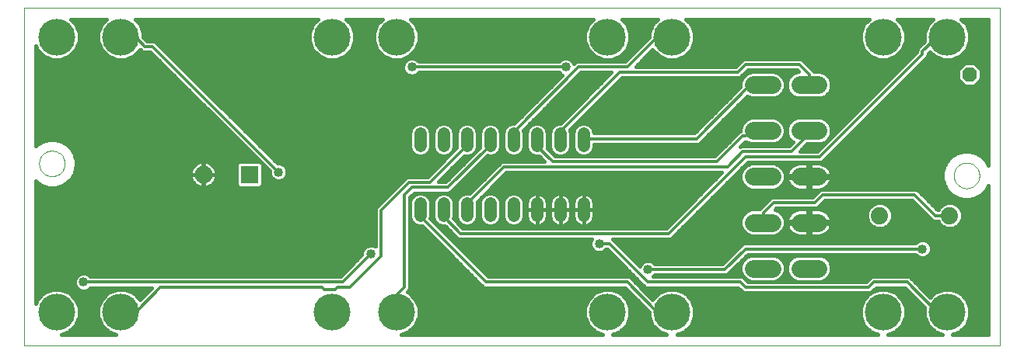
<source format=gbl>
G75*
%MOIN*%
%OFA0B0*%
%FSLAX24Y24*%
%IPPOS*%
%LPD*%
%AMOC8*
5,1,8,0,0,1.08239X$1,22.5*
%
%ADD10C,0.0000*%
%ADD11C,0.0760*%
%ADD12R,0.0760X0.0760*%
%ADD13C,0.0520*%
%ADD14OC8,0.0630*%
%ADD15C,0.0740*%
%ADD16C,0.1581*%
%ADD17C,0.0780*%
%ADD18C,0.0120*%
%ADD19C,0.0400*%
%ADD20C,0.0160*%
%ADD21R,0.0396X0.0396*%
D10*
X000680Y001499D02*
X000680Y015995D01*
X042495Y015995D01*
X042495Y001499D01*
X000680Y001499D01*
X001310Y009314D02*
X001312Y009361D01*
X001318Y009407D01*
X001328Y009453D01*
X001341Y009498D01*
X001359Y009541D01*
X001380Y009583D01*
X001404Y009623D01*
X001432Y009660D01*
X001463Y009695D01*
X001497Y009728D01*
X001533Y009757D01*
X001572Y009783D01*
X001613Y009806D01*
X001656Y009825D01*
X001700Y009841D01*
X001745Y009853D01*
X001791Y009861D01*
X001838Y009865D01*
X001884Y009865D01*
X001931Y009861D01*
X001977Y009853D01*
X002022Y009841D01*
X002066Y009825D01*
X002109Y009806D01*
X002150Y009783D01*
X002189Y009757D01*
X002225Y009728D01*
X002259Y009695D01*
X002290Y009660D01*
X002318Y009623D01*
X002342Y009583D01*
X002363Y009541D01*
X002381Y009498D01*
X002394Y009453D01*
X002404Y009407D01*
X002410Y009361D01*
X002412Y009314D01*
X002410Y009267D01*
X002404Y009221D01*
X002394Y009175D01*
X002381Y009130D01*
X002363Y009087D01*
X002342Y009045D01*
X002318Y009005D01*
X002290Y008968D01*
X002259Y008933D01*
X002225Y008900D01*
X002189Y008871D01*
X002150Y008845D01*
X002109Y008822D01*
X002066Y008803D01*
X002022Y008787D01*
X001977Y008775D01*
X001931Y008767D01*
X001884Y008763D01*
X001838Y008763D01*
X001791Y008767D01*
X001745Y008775D01*
X001700Y008787D01*
X001656Y008803D01*
X001613Y008822D01*
X001572Y008845D01*
X001533Y008871D01*
X001497Y008900D01*
X001463Y008933D01*
X001432Y008968D01*
X001404Y009005D01*
X001380Y009045D01*
X001359Y009087D01*
X001341Y009130D01*
X001328Y009175D01*
X001318Y009221D01*
X001312Y009267D01*
X001310Y009314D01*
X040523Y008802D02*
X040525Y008849D01*
X040531Y008895D01*
X040541Y008941D01*
X040554Y008986D01*
X040572Y009029D01*
X040593Y009071D01*
X040617Y009111D01*
X040645Y009148D01*
X040676Y009183D01*
X040710Y009216D01*
X040746Y009245D01*
X040785Y009271D01*
X040826Y009294D01*
X040869Y009313D01*
X040913Y009329D01*
X040958Y009341D01*
X041004Y009349D01*
X041051Y009353D01*
X041097Y009353D01*
X041144Y009349D01*
X041190Y009341D01*
X041235Y009329D01*
X041279Y009313D01*
X041322Y009294D01*
X041363Y009271D01*
X041402Y009245D01*
X041438Y009216D01*
X041472Y009183D01*
X041503Y009148D01*
X041531Y009111D01*
X041555Y009071D01*
X041576Y009029D01*
X041594Y008986D01*
X041607Y008941D01*
X041617Y008895D01*
X041623Y008849D01*
X041625Y008802D01*
X041623Y008755D01*
X041617Y008709D01*
X041607Y008663D01*
X041594Y008618D01*
X041576Y008575D01*
X041555Y008533D01*
X041531Y008493D01*
X041503Y008456D01*
X041472Y008421D01*
X041438Y008388D01*
X041402Y008359D01*
X041363Y008333D01*
X041322Y008310D01*
X041279Y008291D01*
X041235Y008275D01*
X041190Y008263D01*
X041144Y008255D01*
X041097Y008251D01*
X041051Y008251D01*
X041004Y008255D01*
X040958Y008263D01*
X040913Y008275D01*
X040869Y008291D01*
X040826Y008310D01*
X040785Y008333D01*
X040746Y008359D01*
X040710Y008388D01*
X040676Y008421D01*
X040645Y008456D01*
X040617Y008493D01*
X040593Y008533D01*
X040572Y008575D01*
X040554Y008618D01*
X040541Y008663D01*
X040531Y008709D01*
X040525Y008755D01*
X040523Y008802D01*
D11*
X008357Y008841D03*
D12*
X010326Y008841D03*
D13*
X017652Y007601D02*
X017652Y007081D01*
X018652Y007081D02*
X018652Y007601D01*
X019652Y007601D02*
X019652Y007081D01*
X020652Y007081D02*
X020652Y007601D01*
X021652Y007601D02*
X021652Y007081D01*
X022652Y007081D02*
X022652Y007601D01*
X023652Y007601D02*
X023652Y007081D01*
X024652Y007081D02*
X024652Y007601D01*
X024652Y010081D02*
X024652Y010601D01*
X023652Y010601D02*
X023652Y010081D01*
X022652Y010081D02*
X022652Y010601D01*
X021652Y010601D02*
X021652Y010081D01*
X020652Y010081D02*
X020652Y010601D01*
X019652Y010601D02*
X019652Y010081D01*
X018652Y010081D02*
X018652Y010601D01*
X017652Y010601D02*
X017652Y010081D01*
D14*
X041192Y013141D03*
D15*
X040349Y007086D03*
X037349Y007086D03*
D16*
X037491Y002936D03*
X040247Y002936D03*
X028436Y002936D03*
X025680Y002936D03*
X016625Y002936D03*
X013869Y002936D03*
X004814Y002936D03*
X002058Y002936D03*
X002058Y014747D03*
X004814Y014747D03*
X013869Y014747D03*
X016625Y014747D03*
X025680Y014747D03*
X028436Y014747D03*
X037491Y014747D03*
X040247Y014747D03*
D17*
X034706Y012695D02*
X033926Y012695D01*
X032726Y012695D02*
X031946Y012695D01*
X031946Y010725D02*
X032726Y010725D01*
X033926Y010725D02*
X034706Y010725D01*
X034706Y008755D02*
X033926Y008755D01*
X032726Y008755D02*
X031946Y008755D01*
X031946Y006785D02*
X032726Y006785D01*
X033926Y006785D02*
X034706Y006785D01*
X034706Y004815D02*
X033926Y004815D01*
X032726Y004815D02*
X031946Y004815D01*
D18*
X031590Y005651D02*
X030710Y004771D01*
X027410Y004771D01*
X027410Y004221D02*
X031370Y004221D01*
X031590Y004001D01*
X036870Y004001D01*
X037090Y004221D01*
X038520Y004221D01*
X039730Y003011D01*
X040170Y003011D01*
X040247Y002936D01*
X039180Y005651D02*
X031590Y005651D01*
X032336Y006785D02*
X032360Y006861D01*
X032360Y007191D01*
X032800Y007631D01*
X034560Y007631D01*
X034890Y007961D01*
X038850Y007961D01*
X039730Y007081D01*
X040280Y007081D01*
X040349Y007086D01*
X034780Y009611D02*
X039180Y014011D01*
X039180Y014121D01*
X039730Y014671D01*
X040170Y014671D01*
X040247Y014747D01*
X034340Y013131D02*
X034340Y012801D01*
X034316Y012695D01*
X034340Y013131D02*
X033900Y013571D01*
X031590Y013571D01*
X031260Y013241D01*
X026200Y013241D01*
X023670Y010711D01*
X023670Y010381D01*
X023652Y010341D01*
X022680Y010271D02*
X022652Y010341D01*
X022680Y010271D02*
X022680Y010051D01*
X023340Y009391D01*
X030380Y009391D01*
X031480Y010491D01*
X031590Y010491D01*
X031810Y010711D01*
X032250Y010711D01*
X032336Y010725D01*
X033570Y009831D02*
X034230Y010491D01*
X034230Y010711D01*
X034316Y010725D01*
X033570Y009831D02*
X031480Y009831D01*
X030820Y009171D01*
X021250Y009171D01*
X019710Y007631D01*
X019710Y007411D01*
X019652Y007341D01*
X018720Y007301D02*
X018720Y006971D01*
X019380Y006311D01*
X028290Y006311D01*
X031590Y009611D01*
X034780Y009611D01*
X031810Y012691D02*
X029500Y010381D01*
X024660Y010381D01*
X024652Y010341D01*
X021690Y010381D02*
X021652Y010341D01*
X021690Y010381D02*
X021690Y010711D01*
X024440Y013461D01*
X026530Y013461D01*
X027740Y014671D01*
X028400Y014671D01*
X028436Y014747D01*
X023890Y013461D02*
X017290Y013461D01*
X019652Y010341D02*
X019600Y010271D01*
X019600Y010051D01*
X018060Y008511D01*
X017180Y008511D01*
X015970Y007301D01*
X015970Y005321D01*
X014650Y004001D01*
X014100Y004001D01*
X013990Y003891D01*
X013550Y003891D01*
X013440Y004001D01*
X006510Y004001D01*
X005520Y003011D01*
X004860Y003011D01*
X004814Y002936D01*
X003210Y004221D02*
X014320Y004221D01*
X015530Y005431D01*
X016960Y004001D02*
X016630Y003671D01*
X016630Y003011D01*
X016625Y002936D01*
X016960Y004001D02*
X016960Y007961D01*
X017290Y008291D01*
X018830Y008291D01*
X020590Y010051D01*
X020590Y010271D01*
X020652Y010341D01*
X018720Y007301D02*
X018652Y007341D01*
X017730Y007301D02*
X017730Y006971D01*
X020480Y004221D01*
X026530Y004221D01*
X027740Y003011D01*
X028400Y003011D01*
X028436Y002936D01*
X027410Y004221D02*
X025760Y005871D01*
X025320Y005871D01*
X017730Y007301D02*
X017652Y007341D01*
X011570Y008951D02*
X006180Y014341D01*
X005850Y014341D01*
X005520Y014671D01*
X004860Y014671D01*
X004814Y014747D01*
X031810Y012691D02*
X032250Y012691D01*
X032336Y012695D01*
D19*
X023890Y013461D03*
X017290Y013461D03*
X011570Y008951D03*
X015530Y005431D03*
X025320Y005871D03*
X027410Y004771D03*
X039180Y005651D03*
X003210Y004221D03*
D20*
X002830Y004214D02*
X001160Y004214D01*
X001160Y004056D02*
X002867Y004056D01*
X002888Y004006D02*
X002995Y003899D01*
X003134Y003841D01*
X003286Y003841D01*
X003425Y003899D01*
X003507Y003981D01*
X006151Y003981D01*
X005642Y003473D01*
X005637Y003486D01*
X005364Y003759D01*
X005007Y003906D01*
X004621Y003906D01*
X004264Y003759D01*
X003991Y003486D01*
X003843Y003129D01*
X003843Y002743D01*
X003991Y002386D01*
X004264Y002113D01*
X004588Y001979D01*
X002284Y001979D01*
X002608Y002113D01*
X002881Y002386D01*
X003029Y002743D01*
X003029Y003129D01*
X002881Y003486D01*
X002608Y003759D01*
X002251Y003906D01*
X001865Y003906D01*
X001508Y003759D01*
X001235Y003486D01*
X001160Y003304D01*
X001160Y008557D01*
X001228Y008489D01*
X001463Y008353D01*
X001725Y008283D01*
X001997Y008283D01*
X002259Y008353D01*
X002494Y008489D01*
X002686Y008681D01*
X002822Y008916D01*
X002892Y009178D01*
X002892Y009450D01*
X002822Y009712D01*
X002686Y009947D01*
X002494Y010139D01*
X002259Y010275D01*
X001997Y010345D01*
X001725Y010345D01*
X001463Y010275D01*
X001228Y010139D01*
X001160Y010071D01*
X001160Y014379D01*
X001235Y014197D01*
X001508Y013924D01*
X001865Y013776D01*
X002251Y013776D01*
X002608Y013924D01*
X002881Y014197D01*
X003029Y014554D01*
X003029Y014940D01*
X002881Y015297D01*
X002662Y015515D01*
X004209Y015515D01*
X003991Y015297D01*
X003843Y014940D01*
X003843Y014554D01*
X003991Y014197D01*
X004264Y013924D01*
X004621Y013776D01*
X005007Y013776D01*
X005364Y013924D01*
X005637Y014197D01*
X005642Y014210D01*
X005714Y014138D01*
X005802Y014101D01*
X006081Y014101D01*
X011190Y008992D01*
X011190Y008876D01*
X011248Y008736D01*
X011355Y008629D01*
X011494Y008571D01*
X011646Y008571D01*
X011785Y008629D01*
X011892Y008736D01*
X011950Y008876D01*
X011950Y009027D01*
X011892Y009166D01*
X011785Y009273D01*
X011646Y009331D01*
X011529Y009331D01*
X006383Y014477D01*
X006316Y014545D01*
X006228Y014581D01*
X005949Y014581D01*
X005784Y014746D01*
X005784Y014940D01*
X005637Y015297D01*
X005418Y015515D01*
X013264Y015515D01*
X013046Y015297D01*
X012898Y014940D01*
X012898Y014554D01*
X013046Y014197D01*
X013319Y013924D01*
X013676Y013776D01*
X014062Y013776D01*
X014419Y013924D01*
X014692Y014197D01*
X014840Y014554D01*
X014840Y014940D01*
X014692Y015297D01*
X014474Y015515D01*
X016020Y015515D01*
X015802Y015297D01*
X015654Y014940D01*
X015654Y014554D01*
X015802Y014197D01*
X016075Y013924D01*
X016432Y013776D01*
X016818Y013776D01*
X017175Y013924D01*
X017448Y014197D01*
X017595Y014554D01*
X017595Y014940D01*
X017448Y015297D01*
X017229Y015515D01*
X025075Y015515D01*
X024857Y015297D01*
X024709Y014940D01*
X024709Y014554D01*
X024857Y014197D01*
X025130Y013924D01*
X025487Y013776D01*
X025873Y013776D01*
X026230Y013924D01*
X026503Y014197D01*
X026651Y014554D01*
X026651Y014940D01*
X026503Y015297D01*
X026285Y015515D01*
X027831Y015515D01*
X027613Y015297D01*
X027465Y014940D01*
X027465Y014736D01*
X026431Y013701D01*
X024392Y013701D01*
X024304Y013665D01*
X024243Y013603D01*
X024212Y013676D01*
X024105Y013783D01*
X023966Y013841D01*
X023814Y013841D01*
X023675Y013783D01*
X023593Y013701D01*
X017587Y013701D01*
X017505Y013783D01*
X017366Y013841D01*
X017214Y013841D01*
X017075Y013783D01*
X016968Y013676D01*
X016910Y013537D01*
X016910Y013386D01*
X016968Y013246D01*
X017075Y013139D01*
X017214Y013081D01*
X017366Y013081D01*
X017505Y013139D01*
X017587Y013221D01*
X023593Y013221D01*
X023675Y013139D01*
X023748Y013109D01*
X021681Y011041D01*
X021565Y011041D01*
X021403Y010974D01*
X021279Y010851D01*
X021212Y010689D01*
X021212Y009994D01*
X021279Y009832D01*
X021403Y009708D01*
X021565Y009641D01*
X021740Y009641D01*
X021902Y009708D01*
X022025Y009832D01*
X022092Y009994D01*
X022092Y010689D01*
X022067Y010749D01*
X024539Y013221D01*
X025841Y013221D01*
X023661Y011041D01*
X023565Y011041D01*
X023403Y010974D01*
X023279Y010851D01*
X023212Y010689D01*
X023212Y009994D01*
X023279Y009832D01*
X023403Y009708D01*
X023565Y009641D01*
X023740Y009641D01*
X023902Y009708D01*
X024025Y009832D01*
X024092Y009994D01*
X024092Y010689D01*
X024062Y010763D01*
X026299Y013001D01*
X031308Y013001D01*
X031396Y013038D01*
X031689Y013331D01*
X033801Y013331D01*
X033867Y013265D01*
X033812Y013265D01*
X033603Y013178D01*
X033442Y013018D01*
X033356Y012808D01*
X033356Y012581D01*
X033442Y012372D01*
X033603Y012212D01*
X033812Y012125D01*
X034819Y012125D01*
X035029Y012212D01*
X035189Y012372D01*
X035276Y012581D01*
X035276Y012808D01*
X035189Y013018D01*
X035029Y013178D01*
X034819Y013265D01*
X034544Y013265D01*
X034543Y013267D01*
X034476Y013335D01*
X034036Y013775D01*
X033948Y013811D01*
X031542Y013811D01*
X031454Y013775D01*
X031387Y013707D01*
X031161Y013481D01*
X026889Y013481D01*
X027611Y014203D01*
X027613Y014197D01*
X027886Y013924D01*
X028243Y013776D01*
X028629Y013776D01*
X028986Y013924D01*
X029259Y014197D01*
X029406Y014554D01*
X029406Y014940D01*
X029259Y015297D01*
X029040Y015515D01*
X036886Y015515D01*
X036668Y015297D01*
X036520Y014940D01*
X036520Y014554D01*
X036668Y014197D01*
X036941Y013924D01*
X037298Y013776D01*
X037684Y013776D01*
X038041Y013924D01*
X038314Y014197D01*
X038462Y014554D01*
X038462Y014940D01*
X038314Y015297D01*
X038096Y015515D01*
X039642Y015515D01*
X039424Y015297D01*
X039276Y014940D01*
X039276Y014557D01*
X038977Y014257D01*
X038940Y014169D01*
X038940Y014111D01*
X034681Y009851D01*
X033929Y009851D01*
X034233Y010155D01*
X034819Y010155D01*
X035029Y010242D01*
X035189Y010402D01*
X035276Y010611D01*
X035276Y010838D01*
X035189Y011048D01*
X035029Y011208D01*
X034819Y011295D01*
X033812Y011295D01*
X033603Y011208D01*
X033442Y011048D01*
X033356Y010838D01*
X033356Y010611D01*
X033442Y010402D01*
X033603Y010242D01*
X033630Y010230D01*
X033471Y010071D01*
X031432Y010071D01*
X031376Y010048D01*
X031579Y010251D01*
X031613Y010251D01*
X031623Y010242D01*
X031832Y010155D01*
X032839Y010155D01*
X033049Y010242D01*
X033209Y010402D01*
X033296Y010611D01*
X033296Y010838D01*
X033209Y011048D01*
X033049Y011208D01*
X032839Y011295D01*
X031832Y011295D01*
X031623Y011208D01*
X031462Y011048D01*
X031376Y010838D01*
X031376Y010708D01*
X031344Y010695D01*
X031277Y010627D01*
X030281Y009631D01*
X023439Y009631D01*
X023088Y009983D01*
X023092Y009994D01*
X023092Y010689D01*
X023025Y010851D01*
X022902Y010974D01*
X022740Y011041D01*
X022565Y011041D01*
X022403Y010974D01*
X022279Y010851D01*
X022212Y010689D01*
X022212Y009994D01*
X022279Y009832D01*
X022403Y009708D01*
X022565Y009641D01*
X022740Y009641D01*
X022747Y009644D01*
X022981Y009411D01*
X021202Y009411D01*
X021114Y009375D01*
X021047Y009307D01*
X019769Y008029D01*
X019740Y008041D01*
X019565Y008041D01*
X019403Y007974D01*
X019279Y007851D01*
X019212Y007689D01*
X019212Y006994D01*
X019279Y006832D01*
X019403Y006708D01*
X019565Y006641D01*
X019740Y006641D01*
X019902Y006708D01*
X020025Y006832D01*
X020092Y006994D01*
X020092Y007674D01*
X021349Y008931D01*
X030571Y008931D01*
X028191Y006551D01*
X019479Y006551D01*
X019076Y006954D01*
X019092Y006994D01*
X019092Y007689D01*
X019025Y007851D01*
X018902Y007974D01*
X018740Y008041D01*
X018565Y008041D01*
X018403Y007974D01*
X018279Y007851D01*
X018212Y007689D01*
X018212Y006994D01*
X018279Y006832D01*
X018403Y006708D01*
X018565Y006641D01*
X018710Y006641D01*
X019177Y006175D01*
X019244Y006108D01*
X019332Y006071D01*
X024992Y006071D01*
X024940Y005947D01*
X024940Y005796D01*
X024998Y005656D01*
X025105Y005549D01*
X025244Y005491D01*
X025396Y005491D01*
X025535Y005549D01*
X025617Y005631D01*
X025661Y005631D01*
X027207Y004085D01*
X027274Y004018D01*
X027362Y003981D01*
X031271Y003981D01*
X031387Y003865D01*
X031454Y003798D01*
X031542Y003761D01*
X036918Y003761D01*
X037006Y003798D01*
X037189Y003981D01*
X038421Y003981D01*
X039276Y003125D01*
X039276Y002743D01*
X039424Y002386D01*
X039697Y002113D01*
X040021Y001979D01*
X037717Y001979D01*
X038041Y002113D01*
X038314Y002386D01*
X038462Y002743D01*
X038462Y003129D01*
X038314Y003486D01*
X038041Y003759D01*
X037684Y003906D01*
X037298Y003906D01*
X036941Y003759D01*
X036668Y003486D01*
X036520Y003129D01*
X036520Y002743D01*
X036668Y002386D01*
X036941Y002113D01*
X037265Y001979D01*
X028662Y001979D01*
X028986Y002113D01*
X029259Y002386D01*
X029406Y002743D01*
X029406Y003129D01*
X029259Y003486D01*
X028986Y003759D01*
X028629Y003906D01*
X028243Y003906D01*
X027886Y003759D01*
X027613Y003486D01*
X027611Y003480D01*
X026666Y004425D01*
X026578Y004461D01*
X020579Y004461D01*
X018079Y006961D01*
X018092Y006994D01*
X018092Y007689D01*
X018025Y007851D01*
X017902Y007974D01*
X017740Y008041D01*
X017565Y008041D01*
X017403Y007974D01*
X017279Y007851D01*
X017212Y007689D01*
X017212Y006994D01*
X017279Y006832D01*
X017403Y006708D01*
X017565Y006641D01*
X017720Y006641D01*
X020277Y004085D01*
X020344Y004018D01*
X020432Y003981D01*
X026431Y003981D01*
X027465Y002946D01*
X026651Y002946D01*
X026651Y002788D02*
X027465Y002788D01*
X027465Y002743D02*
X027613Y002386D01*
X027886Y002113D01*
X028210Y001979D01*
X025906Y001979D01*
X026230Y002113D01*
X026503Y002386D01*
X026651Y002743D01*
X026651Y003129D01*
X026503Y003486D01*
X026230Y003759D01*
X025873Y003906D01*
X025487Y003906D01*
X025130Y003759D01*
X024857Y003486D01*
X024709Y003129D01*
X024709Y002743D01*
X024857Y002386D01*
X025130Y002113D01*
X025454Y001979D01*
X016851Y001979D01*
X017175Y002113D01*
X017448Y002386D01*
X017595Y002743D01*
X017595Y003129D01*
X017448Y003486D01*
X017175Y003759D01*
X017091Y003793D01*
X017163Y003865D01*
X017200Y003953D01*
X017200Y007862D01*
X017389Y008051D01*
X018878Y008051D01*
X018966Y008088D01*
X019033Y008155D01*
X020533Y009655D01*
X020565Y009641D01*
X020740Y009641D01*
X020902Y009708D01*
X021025Y009832D01*
X021092Y009994D01*
X021092Y010689D01*
X021025Y010851D01*
X020902Y010974D01*
X020740Y011041D01*
X020565Y011041D01*
X020403Y010974D01*
X020279Y010851D01*
X020212Y010689D01*
X020212Y010013D01*
X018731Y008531D01*
X018419Y008531D01*
X019540Y009652D01*
X019565Y009641D01*
X019740Y009641D01*
X019902Y009708D01*
X020025Y009832D01*
X020092Y009994D01*
X020092Y010689D01*
X020025Y010851D01*
X019902Y010974D01*
X019740Y011041D01*
X019565Y011041D01*
X019403Y010974D01*
X019279Y010851D01*
X019212Y010689D01*
X019212Y010003D01*
X017961Y008751D01*
X017132Y008751D01*
X017044Y008715D01*
X015834Y007505D01*
X015767Y007437D01*
X015730Y007349D01*
X015730Y005760D01*
X015606Y005811D01*
X015454Y005811D01*
X015315Y005753D01*
X015208Y005646D01*
X015150Y005507D01*
X015150Y005391D01*
X014221Y004461D01*
X003507Y004461D01*
X003425Y004543D01*
X003286Y004601D01*
X003134Y004601D01*
X002995Y004543D01*
X002888Y004436D01*
X002830Y004297D01*
X002830Y004146D01*
X002888Y004006D01*
X002999Y003897D02*
X002274Y003897D01*
X002628Y003739D02*
X004244Y003739D01*
X004085Y003580D02*
X002786Y003580D01*
X002907Y003422D02*
X003965Y003422D01*
X003899Y003263D02*
X002973Y003263D01*
X003029Y003105D02*
X003843Y003105D01*
X003843Y002946D02*
X003029Y002946D01*
X003029Y002788D02*
X003843Y002788D01*
X003890Y002629D02*
X002981Y002629D01*
X002916Y002471D02*
X003956Y002471D01*
X004065Y002312D02*
X002807Y002312D01*
X002648Y002154D02*
X004224Y002154D01*
X004549Y001995D02*
X002323Y001995D01*
X001209Y003422D02*
X001160Y003422D01*
X001160Y003580D02*
X001330Y003580D01*
X001488Y003739D02*
X001160Y003739D01*
X001160Y003897D02*
X001842Y003897D01*
X001160Y004373D02*
X002861Y004373D01*
X002983Y004531D02*
X001160Y004531D01*
X001160Y004690D02*
X014449Y004690D01*
X014608Y004848D02*
X001160Y004848D01*
X001160Y005007D02*
X014766Y005007D01*
X014925Y005165D02*
X001160Y005165D01*
X001160Y005324D02*
X015083Y005324D01*
X015150Y005482D02*
X001160Y005482D01*
X001160Y005641D02*
X015205Y005641D01*
X015425Y005799D02*
X001160Y005799D01*
X001160Y005958D02*
X015730Y005958D01*
X015730Y006116D02*
X001160Y006116D01*
X001160Y006275D02*
X015730Y006275D01*
X015730Y006433D02*
X001160Y006433D01*
X001160Y006592D02*
X015730Y006592D01*
X015730Y006750D02*
X001160Y006750D01*
X001160Y006909D02*
X015730Y006909D01*
X015730Y007067D02*
X001160Y007067D01*
X001160Y007226D02*
X015730Y007226D01*
X015745Y007384D02*
X001160Y007384D01*
X001160Y007543D02*
X015872Y007543D01*
X016031Y007701D02*
X001160Y007701D01*
X001160Y007860D02*
X016189Y007860D01*
X016348Y008018D02*
X001160Y008018D01*
X001160Y008177D02*
X016506Y008177D01*
X016665Y008335D02*
X010834Y008335D01*
X010886Y008387D02*
X010780Y008281D01*
X009871Y008281D01*
X009766Y008387D01*
X009766Y009296D01*
X009871Y009401D01*
X010780Y009401D01*
X010886Y009296D01*
X010886Y008387D01*
X010886Y008494D02*
X016823Y008494D01*
X016982Y008652D02*
X011808Y008652D01*
X011923Y008811D02*
X018020Y008811D01*
X018179Y008969D02*
X011950Y008969D01*
X011908Y009128D02*
X018337Y009128D01*
X018496Y009286D02*
X011754Y009286D01*
X011416Y009445D02*
X018654Y009445D01*
X018740Y009641D02*
X018902Y009708D01*
X019025Y009832D01*
X019092Y009994D01*
X019092Y010689D01*
X019025Y010851D01*
X018902Y010974D01*
X018740Y011041D01*
X018565Y011041D01*
X018403Y010974D01*
X018279Y010851D01*
X018212Y010689D01*
X018212Y009994D01*
X018279Y009832D01*
X018403Y009708D01*
X018565Y009641D01*
X018740Y009641D01*
X018813Y009603D02*
X011257Y009603D01*
X011099Y009762D02*
X017350Y009762D01*
X017403Y009708D02*
X017279Y009832D01*
X017212Y009994D01*
X017212Y010689D01*
X017279Y010851D01*
X017403Y010974D01*
X017565Y011041D01*
X017740Y011041D01*
X017902Y010974D01*
X018025Y010851D01*
X018092Y010689D01*
X018092Y009994D01*
X018025Y009832D01*
X017902Y009708D01*
X017740Y009641D01*
X017565Y009641D01*
X017403Y009708D01*
X017955Y009762D02*
X018350Y009762D01*
X018243Y009920D02*
X018062Y009920D01*
X018092Y010079D02*
X018212Y010079D01*
X018212Y010237D02*
X018092Y010237D01*
X018092Y010396D02*
X018212Y010396D01*
X018212Y010554D02*
X018092Y010554D01*
X018083Y010713D02*
X018222Y010713D01*
X018300Y010871D02*
X018005Y010871D01*
X017768Y011030D02*
X018536Y011030D01*
X018768Y011030D02*
X019536Y011030D01*
X019768Y011030D02*
X020536Y011030D01*
X020768Y011030D02*
X021536Y011030D01*
X021300Y010871D02*
X021005Y010871D01*
X021083Y010713D02*
X021222Y010713D01*
X021212Y010554D02*
X021092Y010554D01*
X021092Y010396D02*
X021212Y010396D01*
X021212Y010237D02*
X021092Y010237D01*
X021092Y010079D02*
X021212Y010079D01*
X021243Y009920D02*
X021062Y009920D01*
X020955Y009762D02*
X021350Y009762D01*
X021955Y009762D02*
X022350Y009762D01*
X022243Y009920D02*
X022062Y009920D01*
X022092Y010079D02*
X022212Y010079D01*
X022212Y010237D02*
X022092Y010237D01*
X022092Y010396D02*
X022212Y010396D01*
X022212Y010554D02*
X022092Y010554D01*
X022083Y010713D02*
X022222Y010713D01*
X022189Y010871D02*
X022300Y010871D01*
X022348Y011030D02*
X022536Y011030D01*
X022506Y011188D02*
X023808Y011188D01*
X023966Y011347D02*
X022665Y011347D01*
X022823Y011505D02*
X024125Y011505D01*
X024283Y011664D02*
X022982Y011664D01*
X023140Y011822D02*
X024442Y011822D01*
X024600Y011981D02*
X023299Y011981D01*
X023457Y012139D02*
X024759Y012139D01*
X024917Y012298D02*
X023616Y012298D01*
X023774Y012456D02*
X025076Y012456D01*
X025234Y012615D02*
X023933Y012615D01*
X024091Y012773D02*
X025393Y012773D01*
X025551Y012932D02*
X024250Y012932D01*
X024408Y013090D02*
X025710Y013090D01*
X026071Y012773D02*
X031376Y012773D01*
X031376Y012808D02*
X031376Y012596D01*
X029401Y010621D01*
X025092Y010621D01*
X025092Y010689D01*
X025025Y010851D01*
X024902Y010974D01*
X024740Y011041D01*
X024565Y011041D01*
X024403Y010974D01*
X024279Y010851D01*
X024212Y010689D01*
X024212Y009994D01*
X024279Y009832D01*
X024403Y009708D01*
X024565Y009641D01*
X024740Y009641D01*
X024902Y009708D01*
X025025Y009832D01*
X025092Y009994D01*
X025092Y010141D01*
X029548Y010141D01*
X029636Y010178D01*
X031656Y012198D01*
X031832Y012125D01*
X032839Y012125D01*
X033049Y012212D01*
X033209Y012372D01*
X033296Y012581D01*
X033296Y012808D01*
X033209Y013018D01*
X033049Y013178D01*
X032839Y013265D01*
X031832Y013265D01*
X031623Y013178D01*
X031462Y013018D01*
X031376Y012808D01*
X031427Y012932D02*
X026230Y012932D01*
X025913Y012615D02*
X031376Y012615D01*
X031236Y012456D02*
X025754Y012456D01*
X025596Y012298D02*
X031077Y012298D01*
X030919Y012139D02*
X025437Y012139D01*
X025279Y011981D02*
X030760Y011981D01*
X030602Y011822D02*
X025120Y011822D01*
X024962Y011664D02*
X030443Y011664D01*
X030285Y011505D02*
X024803Y011505D01*
X024645Y011347D02*
X030126Y011347D01*
X029968Y011188D02*
X024486Y011188D01*
X024536Y011030D02*
X024328Y011030D01*
X024300Y010871D02*
X024169Y010871D01*
X024222Y010713D02*
X024083Y010713D01*
X024092Y010554D02*
X024212Y010554D01*
X024212Y010396D02*
X024092Y010396D01*
X024092Y010237D02*
X024212Y010237D01*
X024212Y010079D02*
X024092Y010079D01*
X024062Y009920D02*
X024243Y009920D01*
X024350Y009762D02*
X023955Y009762D01*
X023350Y009762D02*
X023309Y009762D01*
X023243Y009920D02*
X023150Y009920D01*
X023092Y010079D02*
X023212Y010079D01*
X023212Y010237D02*
X023092Y010237D01*
X023092Y010396D02*
X023212Y010396D01*
X023212Y010554D02*
X023092Y010554D01*
X023083Y010713D02*
X023222Y010713D01*
X023300Y010871D02*
X023005Y010871D01*
X022768Y011030D02*
X023536Y011030D01*
X024768Y011030D02*
X029809Y011030D01*
X029651Y010871D02*
X025005Y010871D01*
X025083Y010713D02*
X029492Y010713D01*
X030012Y010554D02*
X031204Y010554D01*
X031045Y010396D02*
X029854Y010396D01*
X029695Y010237D02*
X030887Y010237D01*
X030728Y010079D02*
X025092Y010079D01*
X025062Y009920D02*
X030570Y009920D01*
X030411Y009762D02*
X024955Y009762D01*
X022947Y009445D02*
X020323Y009445D01*
X020481Y009603D02*
X022789Y009603D01*
X021026Y009286D02*
X020164Y009286D01*
X020006Y009128D02*
X020867Y009128D01*
X020709Y008969D02*
X019847Y008969D01*
X019689Y008811D02*
X020550Y008811D01*
X020392Y008652D02*
X019530Y008652D01*
X019372Y008494D02*
X020233Y008494D01*
X020075Y008335D02*
X019213Y008335D01*
X019055Y008177D02*
X019916Y008177D01*
X019509Y008018D02*
X018796Y008018D01*
X019016Y007860D02*
X019288Y007860D01*
X019217Y007701D02*
X019087Y007701D01*
X019092Y007543D02*
X019212Y007543D01*
X019212Y007384D02*
X019092Y007384D01*
X019092Y007226D02*
X019212Y007226D01*
X019212Y007067D02*
X019092Y007067D01*
X019122Y006909D02*
X019248Y006909D01*
X019280Y006750D02*
X019361Y006750D01*
X019439Y006592D02*
X028231Y006592D01*
X028390Y006750D02*
X024943Y006750D01*
X024939Y006746D02*
X024988Y006795D01*
X025029Y006851D01*
X025060Y006913D01*
X025082Y006978D01*
X025092Y007047D01*
X025092Y007341D01*
X024652Y007341D01*
X024212Y007341D01*
X024212Y007047D01*
X024223Y006978D01*
X024245Y006913D01*
X024276Y006851D01*
X024317Y006795D01*
X024366Y006746D01*
X024422Y006705D01*
X024484Y006674D01*
X024549Y006652D01*
X024618Y006641D01*
X024652Y006641D01*
X024652Y007341D01*
X024652Y007341D01*
X024652Y007341D01*
X024212Y007341D01*
X024212Y007636D01*
X024223Y007704D01*
X024245Y007770D01*
X024276Y007832D01*
X024317Y007888D01*
X024366Y007937D01*
X024422Y007978D01*
X024484Y008009D01*
X024549Y008031D01*
X024618Y008041D01*
X024652Y008041D01*
X024652Y007341D01*
X024652Y006641D01*
X024687Y006641D01*
X024755Y006652D01*
X024821Y006674D01*
X024883Y006705D01*
X024939Y006746D01*
X025058Y006909D02*
X028548Y006909D01*
X028707Y007067D02*
X025092Y007067D01*
X025092Y007226D02*
X028865Y007226D01*
X029024Y007384D02*
X025092Y007384D01*
X025092Y007341D02*
X025092Y007636D01*
X025082Y007704D01*
X025060Y007770D01*
X025029Y007832D01*
X024988Y007888D01*
X024939Y007937D01*
X024883Y007978D01*
X024821Y008009D01*
X024755Y008031D01*
X024687Y008041D01*
X024652Y008041D01*
X024652Y007341D01*
X024652Y007341D01*
X024652Y007341D01*
X025092Y007341D01*
X025092Y007543D02*
X029182Y007543D01*
X029341Y007701D02*
X025082Y007701D01*
X025009Y007860D02*
X029499Y007860D01*
X029658Y008018D02*
X024794Y008018D01*
X024652Y008018D02*
X024652Y008018D01*
X024511Y008018D02*
X023794Y008018D01*
X023821Y008009D02*
X023755Y008031D01*
X023687Y008041D01*
X023652Y008041D01*
X023618Y008041D01*
X023549Y008031D01*
X023484Y008009D01*
X023422Y007978D01*
X023366Y007937D01*
X023317Y007888D01*
X023276Y007832D01*
X023245Y007770D01*
X023223Y007704D01*
X023212Y007636D01*
X023212Y007341D01*
X023212Y007047D01*
X023223Y006978D01*
X023245Y006913D01*
X023276Y006851D01*
X023317Y006795D01*
X023366Y006746D01*
X023422Y006705D01*
X023484Y006674D01*
X023549Y006652D01*
X023618Y006641D01*
X023652Y006641D01*
X023652Y007341D01*
X023212Y007341D01*
X023652Y007341D01*
X023652Y007341D01*
X023652Y007341D01*
X023652Y006641D01*
X023687Y006641D01*
X023755Y006652D01*
X023821Y006674D01*
X023883Y006705D01*
X023939Y006746D01*
X023988Y006795D01*
X024029Y006851D01*
X024060Y006913D01*
X024082Y006978D01*
X024092Y007047D01*
X024092Y007341D01*
X023652Y007341D01*
X023652Y008041D01*
X023652Y007341D01*
X023652Y007341D01*
X023652Y007341D01*
X024092Y007341D01*
X024092Y007636D01*
X024082Y007704D01*
X024060Y007770D01*
X024029Y007832D01*
X023988Y007888D01*
X023939Y007937D01*
X023883Y007978D01*
X023821Y008009D01*
X023652Y008018D02*
X023652Y008018D01*
X023511Y008018D02*
X022794Y008018D01*
X022821Y008009D02*
X022755Y008031D01*
X022687Y008041D01*
X022652Y008041D01*
X022618Y008041D01*
X022549Y008031D01*
X022484Y008009D01*
X022422Y007978D01*
X022366Y007937D01*
X022317Y007888D01*
X022276Y007832D01*
X022245Y007770D01*
X022223Y007704D01*
X022212Y007636D01*
X022212Y007341D01*
X022212Y007047D01*
X022223Y006978D01*
X022245Y006913D01*
X022276Y006851D01*
X022317Y006795D01*
X022366Y006746D01*
X022422Y006705D01*
X022484Y006674D01*
X022549Y006652D01*
X022618Y006641D01*
X022652Y006641D01*
X022652Y007341D01*
X022212Y007341D01*
X022652Y007341D01*
X022652Y007341D01*
X022652Y007341D01*
X022652Y006641D01*
X022687Y006641D01*
X022755Y006652D01*
X022821Y006674D01*
X022883Y006705D01*
X022939Y006746D01*
X022988Y006795D01*
X023029Y006851D01*
X023060Y006913D01*
X023082Y006978D01*
X023092Y007047D01*
X023092Y007341D01*
X022652Y007341D01*
X022652Y008041D01*
X022652Y007341D01*
X022652Y007341D01*
X022652Y007341D01*
X023092Y007341D01*
X023092Y007636D01*
X023082Y007704D01*
X023060Y007770D01*
X023029Y007832D01*
X022988Y007888D01*
X022939Y007937D01*
X022883Y007978D01*
X022821Y008009D01*
X022652Y008018D02*
X022652Y008018D01*
X022511Y008018D02*
X021796Y008018D01*
X021740Y008041D02*
X021565Y008041D01*
X021403Y007974D01*
X021279Y007851D01*
X021212Y007689D01*
X021212Y006994D01*
X021279Y006832D01*
X021403Y006708D01*
X021565Y006641D01*
X021740Y006641D01*
X021902Y006708D01*
X022025Y006832D01*
X022092Y006994D01*
X022092Y007689D01*
X022025Y007851D01*
X021902Y007974D01*
X021740Y008041D01*
X021509Y008018D02*
X020796Y008018D01*
X020740Y008041D02*
X020565Y008041D01*
X020403Y007974D01*
X020279Y007851D01*
X020212Y007689D01*
X020212Y006994D01*
X020279Y006832D01*
X020403Y006708D01*
X020565Y006641D01*
X020740Y006641D01*
X020902Y006708D01*
X021025Y006832D01*
X021092Y006994D01*
X021092Y007689D01*
X021025Y007851D01*
X020902Y007974D01*
X020740Y008041D01*
X020595Y008177D02*
X029816Y008177D01*
X029975Y008335D02*
X020753Y008335D01*
X020912Y008494D02*
X030133Y008494D01*
X030292Y008652D02*
X021070Y008652D01*
X021229Y008811D02*
X030450Y008811D01*
X030970Y008652D02*
X031376Y008652D01*
X031376Y008641D02*
X031462Y008432D01*
X031623Y008272D01*
X031832Y008185D01*
X032839Y008185D01*
X033049Y008272D01*
X033209Y008432D01*
X033296Y008641D01*
X033296Y008868D01*
X033209Y009078D01*
X033049Y009238D01*
X032839Y009325D01*
X031832Y009325D01*
X031623Y009238D01*
X031462Y009078D01*
X031376Y008868D01*
X031376Y008641D01*
X031437Y008494D02*
X030812Y008494D01*
X030653Y008335D02*
X031559Y008335D01*
X030495Y008177D02*
X034783Y008177D01*
X034754Y008165D02*
X034461Y007871D01*
X032752Y007871D01*
X032664Y007835D01*
X032224Y007395D01*
X032184Y007355D01*
X031832Y007355D01*
X031623Y007268D01*
X031462Y007108D01*
X031376Y006898D01*
X031376Y006671D01*
X031462Y006462D01*
X031623Y006302D01*
X031832Y006215D01*
X032839Y006215D01*
X033049Y006302D01*
X033209Y006462D01*
X033296Y006671D01*
X033296Y006898D01*
X033209Y007108D01*
X033049Y007268D01*
X032856Y007348D01*
X032899Y007391D01*
X034608Y007391D01*
X034696Y007428D01*
X034763Y007495D01*
X034989Y007721D01*
X038751Y007721D01*
X039594Y006878D01*
X039682Y006841D01*
X039855Y006841D01*
X039883Y006774D01*
X040038Y006619D01*
X040240Y006536D01*
X040459Y006536D01*
X040661Y006619D01*
X040816Y006774D01*
X040899Y006976D01*
X040899Y007195D01*
X040816Y007397D01*
X040661Y007552D01*
X040459Y007636D01*
X040240Y007636D01*
X040038Y007552D01*
X039883Y007397D01*
X039852Y007321D01*
X039829Y007321D01*
X039053Y008097D01*
X038986Y008165D01*
X038898Y008201D01*
X034846Y008201D01*
X034924Y008227D01*
X035004Y008267D01*
X035077Y008320D01*
X035140Y008383D01*
X035193Y008456D01*
X035234Y008536D01*
X035262Y008621D01*
X035275Y008705D01*
X034366Y008705D01*
X034366Y008805D01*
X035275Y008805D01*
X035262Y008888D01*
X035234Y008974D01*
X035193Y009054D01*
X035140Y009126D01*
X035077Y009190D01*
X035004Y009242D01*
X034924Y009283D01*
X034839Y009311D01*
X034751Y009325D01*
X034366Y009325D01*
X034366Y008805D01*
X034266Y008805D01*
X034266Y009325D01*
X033881Y009325D01*
X033792Y009311D01*
X033707Y009283D01*
X033627Y009242D01*
X033554Y009190D01*
X033491Y009126D01*
X033438Y009054D01*
X033397Y008974D01*
X033370Y008888D01*
X033356Y008805D01*
X034266Y008805D01*
X034266Y008705D01*
X034366Y008705D01*
X034366Y008185D01*
X034751Y008185D01*
X034835Y008198D01*
X034754Y008165D01*
X034608Y008018D02*
X030336Y008018D01*
X030178Y007860D02*
X032725Y007860D01*
X032531Y007701D02*
X030019Y007701D01*
X029861Y007543D02*
X032372Y007543D01*
X032214Y007384D02*
X029702Y007384D01*
X029544Y007226D02*
X031580Y007226D01*
X031446Y007067D02*
X029385Y007067D01*
X029227Y006909D02*
X031380Y006909D01*
X031376Y006750D02*
X029068Y006750D01*
X028910Y006592D02*
X031409Y006592D01*
X031491Y006433D02*
X028751Y006433D01*
X028593Y006275D02*
X031688Y006275D01*
X031542Y005891D02*
X031454Y005855D01*
X031387Y005787D01*
X030611Y005011D01*
X027707Y005011D01*
X027625Y005093D01*
X027486Y005151D01*
X027334Y005151D01*
X027195Y005093D01*
X027088Y004986D01*
X027057Y004913D01*
X025899Y006071D01*
X028338Y006071D01*
X028426Y006108D01*
X031689Y009371D01*
X034828Y009371D01*
X034916Y009408D01*
X039316Y013808D01*
X039383Y013875D01*
X039420Y013963D01*
X039420Y014022D01*
X039510Y014111D01*
X039697Y013924D01*
X040054Y013776D01*
X040440Y013776D01*
X040797Y013924D01*
X041070Y014197D01*
X041217Y014554D01*
X041217Y014940D01*
X041070Y015297D01*
X040851Y015515D01*
X042015Y015515D01*
X042015Y009234D01*
X041899Y009435D01*
X041707Y009627D01*
X041472Y009763D01*
X041209Y009833D01*
X040938Y009833D01*
X040676Y009763D01*
X040441Y009627D01*
X040249Y009435D01*
X040113Y009200D01*
X040043Y008938D01*
X040043Y008666D01*
X040113Y008404D01*
X040249Y008169D01*
X040441Y007977D01*
X040676Y007841D01*
X040938Y007771D01*
X041209Y007771D01*
X041472Y007841D01*
X041707Y007977D01*
X041899Y008169D01*
X042015Y008370D01*
X042015Y001979D01*
X040473Y001979D01*
X040797Y002113D01*
X041070Y002386D01*
X041217Y002743D01*
X041217Y003129D01*
X041070Y003486D01*
X040797Y003759D01*
X040440Y003906D01*
X040054Y003906D01*
X039697Y003759D01*
X039509Y003571D01*
X038656Y004425D01*
X038568Y004461D01*
X038472Y004461D01*
X037042Y004461D01*
X036954Y004425D01*
X036887Y004357D01*
X036771Y004241D01*
X031689Y004241D01*
X031506Y004425D01*
X031418Y004461D01*
X027637Y004461D01*
X027707Y004531D01*
X030758Y004531D01*
X031446Y004531D01*
X031462Y004492D02*
X031623Y004332D01*
X031832Y004245D01*
X032839Y004245D01*
X033049Y004332D01*
X033209Y004492D01*
X033296Y004701D01*
X033296Y004928D01*
X033209Y005138D01*
X033049Y005298D01*
X032839Y005385D01*
X031832Y005385D01*
X031623Y005298D01*
X031462Y005138D01*
X031376Y004928D01*
X031376Y004701D01*
X031462Y004492D01*
X031558Y004373D02*
X031582Y004373D01*
X030846Y004568D02*
X031689Y005411D01*
X038883Y005411D01*
X038965Y005329D01*
X039104Y005271D01*
X039256Y005271D01*
X039395Y005329D01*
X039502Y005436D01*
X039560Y005576D01*
X039560Y005727D01*
X039502Y005866D01*
X039395Y005973D01*
X039256Y006031D01*
X039104Y006031D01*
X038965Y005973D01*
X038883Y005891D01*
X031542Y005891D01*
X031399Y005799D02*
X026171Y005799D01*
X026013Y005958D02*
X038949Y005958D01*
X039411Y005958D02*
X042015Y005958D01*
X042015Y006116D02*
X028434Y006116D01*
X026488Y005482D02*
X031082Y005482D01*
X031240Y005641D02*
X026330Y005641D01*
X025810Y005482D02*
X019558Y005482D01*
X019400Y005641D02*
X025013Y005641D01*
X024940Y005799D02*
X019241Y005799D01*
X019083Y005958D02*
X024945Y005958D01*
X024652Y006750D02*
X024652Y006750D01*
X024652Y006909D02*
X024652Y006909D01*
X024652Y007067D02*
X024652Y007067D01*
X024652Y007226D02*
X024652Y007226D01*
X024652Y007384D02*
X024652Y007384D01*
X024652Y007543D02*
X024652Y007543D01*
X024652Y007701D02*
X024652Y007701D01*
X024652Y007860D02*
X024652Y007860D01*
X024296Y007860D02*
X024009Y007860D01*
X024082Y007701D02*
X024223Y007701D01*
X024212Y007543D02*
X024092Y007543D01*
X024092Y007384D02*
X024212Y007384D01*
X024212Y007226D02*
X024092Y007226D01*
X024092Y007067D02*
X024212Y007067D01*
X024247Y006909D02*
X024058Y006909D01*
X023943Y006750D02*
X024361Y006750D01*
X023652Y006750D02*
X023652Y006750D01*
X023652Y006909D02*
X023652Y006909D01*
X023652Y007067D02*
X023652Y007067D01*
X023652Y007226D02*
X023652Y007226D01*
X023652Y007384D02*
X023652Y007384D01*
X023652Y007543D02*
X023652Y007543D01*
X023652Y007701D02*
X023652Y007701D01*
X023652Y007860D02*
X023652Y007860D01*
X023296Y007860D02*
X023009Y007860D01*
X023082Y007701D02*
X023223Y007701D01*
X023212Y007543D02*
X023092Y007543D01*
X023092Y007384D02*
X023212Y007384D01*
X023212Y007226D02*
X023092Y007226D01*
X023092Y007067D02*
X023212Y007067D01*
X023247Y006909D02*
X023058Y006909D01*
X022943Y006750D02*
X023361Y006750D01*
X022652Y006750D02*
X022652Y006750D01*
X022652Y006909D02*
X022652Y006909D01*
X022652Y007067D02*
X022652Y007067D01*
X022652Y007226D02*
X022652Y007226D01*
X022652Y007384D02*
X022652Y007384D01*
X022652Y007543D02*
X022652Y007543D01*
X022652Y007701D02*
X022652Y007701D01*
X022652Y007860D02*
X022652Y007860D01*
X022296Y007860D02*
X022016Y007860D01*
X022087Y007701D02*
X022223Y007701D01*
X022212Y007543D02*
X022092Y007543D01*
X022092Y007384D02*
X022212Y007384D01*
X022212Y007226D02*
X022092Y007226D01*
X022092Y007067D02*
X022212Y007067D01*
X022247Y006909D02*
X022057Y006909D01*
X021943Y006750D02*
X022361Y006750D01*
X021361Y006750D02*
X020943Y006750D01*
X021057Y006909D02*
X021248Y006909D01*
X021212Y007067D02*
X021092Y007067D01*
X021092Y007226D02*
X021212Y007226D01*
X021212Y007384D02*
X021092Y007384D01*
X021092Y007543D02*
X021212Y007543D01*
X021217Y007701D02*
X021087Y007701D01*
X021016Y007860D02*
X021288Y007860D01*
X020509Y008018D02*
X020436Y008018D01*
X020288Y007860D02*
X020278Y007860D01*
X020217Y007701D02*
X020119Y007701D01*
X020092Y007543D02*
X020212Y007543D01*
X020212Y007384D02*
X020092Y007384D01*
X020092Y007226D02*
X020212Y007226D01*
X020212Y007067D02*
X020092Y007067D01*
X020057Y006909D02*
X020248Y006909D01*
X020361Y006750D02*
X019943Y006750D01*
X018919Y006433D02*
X018607Y006433D01*
X018760Y006592D02*
X018449Y006592D01*
X018361Y006750D02*
X018290Y006750D01*
X018248Y006909D02*
X018132Y006909D01*
X018092Y007067D02*
X018212Y007067D01*
X018212Y007226D02*
X018092Y007226D01*
X018092Y007384D02*
X018212Y007384D01*
X018212Y007543D02*
X018092Y007543D01*
X018087Y007701D02*
X018217Y007701D01*
X018288Y007860D02*
X018016Y007860D01*
X017796Y008018D02*
X018509Y008018D01*
X017509Y008018D02*
X017356Y008018D01*
X017288Y007860D02*
X017200Y007860D01*
X017200Y007701D02*
X017217Y007701D01*
X017200Y007543D02*
X017212Y007543D01*
X017200Y007384D02*
X017212Y007384D01*
X017200Y007226D02*
X017212Y007226D01*
X017200Y007067D02*
X017212Y007067D01*
X017200Y006909D02*
X017248Y006909D01*
X017200Y006750D02*
X017361Y006750D01*
X017200Y006592D02*
X017770Y006592D01*
X017929Y006433D02*
X017200Y006433D01*
X017200Y006275D02*
X018087Y006275D01*
X018246Y006116D02*
X017200Y006116D01*
X017200Y005958D02*
X018404Y005958D01*
X018563Y005799D02*
X017200Y005799D01*
X017200Y005641D02*
X018721Y005641D01*
X018880Y005482D02*
X017200Y005482D01*
X017200Y005324D02*
X019038Y005324D01*
X019197Y005165D02*
X017200Y005165D01*
X017200Y005007D02*
X019355Y005007D01*
X019514Y004848D02*
X017200Y004848D01*
X017200Y004690D02*
X019672Y004690D01*
X019831Y004531D02*
X017200Y004531D01*
X017200Y004373D02*
X019989Y004373D01*
X020148Y004214D02*
X017200Y004214D01*
X017200Y004056D02*
X020306Y004056D01*
X020509Y004531D02*
X026761Y004531D01*
X026718Y004373D02*
X026919Y004373D01*
X026876Y004214D02*
X027078Y004214D01*
X027035Y004056D02*
X027236Y004056D01*
X027193Y003897D02*
X028220Y003897D01*
X027866Y003739D02*
X027352Y003739D01*
X027510Y003580D02*
X027708Y003580D01*
X027149Y003263D02*
X026595Y003263D01*
X026651Y003105D02*
X027307Y003105D01*
X027465Y002946D02*
X027465Y002743D01*
X027512Y002629D02*
X026603Y002629D01*
X026538Y002471D02*
X027578Y002471D01*
X027687Y002312D02*
X026429Y002312D01*
X026270Y002154D02*
X027846Y002154D01*
X028171Y001995D02*
X025945Y001995D01*
X025415Y001995D02*
X016890Y001995D01*
X017215Y002154D02*
X025090Y002154D01*
X024931Y002312D02*
X017374Y002312D01*
X017483Y002471D02*
X024822Y002471D01*
X024757Y002629D02*
X017548Y002629D01*
X017595Y002788D02*
X024709Y002788D01*
X024709Y002946D02*
X017595Y002946D01*
X017595Y003105D02*
X024709Y003105D01*
X024765Y003263D02*
X017540Y003263D01*
X017474Y003422D02*
X024831Y003422D01*
X024952Y003580D02*
X017353Y003580D01*
X017195Y003739D02*
X025110Y003739D01*
X025464Y003897D02*
X017177Y003897D01*
X014291Y004531D02*
X003437Y004531D01*
X003421Y003897D02*
X004598Y003897D01*
X005029Y003897D02*
X006067Y003897D01*
X005908Y003739D02*
X005384Y003739D01*
X005542Y003580D02*
X005750Y003580D01*
X015635Y005799D02*
X015730Y005799D01*
X018766Y006275D02*
X019077Y006275D01*
X018924Y006116D02*
X019236Y006116D01*
X019717Y005324D02*
X025968Y005324D01*
X026127Y005165D02*
X019875Y005165D01*
X020034Y005007D02*
X026285Y005007D01*
X026444Y004848D02*
X020192Y004848D01*
X020351Y004690D02*
X026602Y004690D01*
X026964Y005007D02*
X027108Y005007D01*
X026805Y005165D02*
X030765Y005165D01*
X030923Y005324D02*
X026647Y005324D01*
X026515Y003897D02*
X025896Y003897D01*
X026250Y003739D02*
X026673Y003739D01*
X026832Y003580D02*
X026408Y003580D01*
X026529Y003422D02*
X026990Y003422D01*
X028652Y003897D02*
X031355Y003897D01*
X030846Y004568D02*
X030758Y004531D01*
X030968Y004690D02*
X031381Y004690D01*
X031376Y004848D02*
X031126Y004848D01*
X031285Y005007D02*
X031408Y005007D01*
X031443Y005165D02*
X031490Y005165D01*
X031602Y005324D02*
X031685Y005324D01*
X032987Y005324D02*
X033665Y005324D01*
X033603Y005298D02*
X033442Y005138D01*
X033356Y004928D01*
X033356Y004701D01*
X033442Y004492D01*
X033603Y004332D01*
X033812Y004245D01*
X034819Y004245D01*
X035029Y004332D01*
X035189Y004492D01*
X035276Y004701D01*
X035276Y004928D01*
X035189Y005138D01*
X035029Y005298D01*
X034819Y005385D01*
X033812Y005385D01*
X033603Y005298D01*
X033470Y005165D02*
X033181Y005165D01*
X033263Y005007D02*
X033388Y005007D01*
X033356Y004848D02*
X033296Y004848D01*
X033291Y004690D02*
X033361Y004690D01*
X033426Y004531D02*
X033225Y004531D01*
X033090Y004373D02*
X033562Y004373D01*
X035070Y004373D02*
X036902Y004373D01*
X037105Y003897D02*
X037275Y003897D01*
X036921Y003739D02*
X029006Y003739D01*
X029164Y003580D02*
X036763Y003580D01*
X036642Y003422D02*
X029285Y003422D01*
X029351Y003263D02*
X036576Y003263D01*
X036520Y003105D02*
X029406Y003105D01*
X029406Y002946D02*
X036520Y002946D01*
X036520Y002788D02*
X029406Y002788D01*
X029359Y002629D02*
X036568Y002629D01*
X036633Y002471D02*
X029294Y002471D01*
X029185Y002312D02*
X036742Y002312D01*
X036901Y002154D02*
X029026Y002154D01*
X028701Y001995D02*
X037226Y001995D01*
X037756Y001995D02*
X039982Y001995D01*
X039657Y002154D02*
X038081Y002154D01*
X038240Y002312D02*
X039498Y002312D01*
X039389Y002471D02*
X038349Y002471D01*
X038414Y002629D02*
X039323Y002629D01*
X039276Y002788D02*
X038462Y002788D01*
X038462Y002946D02*
X039276Y002946D01*
X039276Y003105D02*
X038462Y003105D01*
X038406Y003263D02*
X039139Y003263D01*
X038980Y003422D02*
X038340Y003422D01*
X038219Y003580D02*
X038822Y003580D01*
X038663Y003739D02*
X038061Y003739D01*
X037707Y003897D02*
X038505Y003897D01*
X039025Y004056D02*
X042015Y004056D01*
X042015Y004214D02*
X038866Y004214D01*
X038708Y004373D02*
X042015Y004373D01*
X042015Y004531D02*
X035205Y004531D01*
X035271Y004690D02*
X042015Y004690D01*
X042015Y004848D02*
X035276Y004848D01*
X035243Y005007D02*
X042015Y005007D01*
X042015Y005165D02*
X035161Y005165D01*
X034967Y005324D02*
X038978Y005324D01*
X039382Y005324D02*
X042015Y005324D01*
X042015Y005482D02*
X039521Y005482D01*
X039560Y005641D02*
X042015Y005641D01*
X042015Y005799D02*
X039530Y005799D01*
X040104Y006592D02*
X037594Y006592D01*
X037661Y006619D02*
X037816Y006774D01*
X037899Y006976D01*
X037899Y007195D01*
X037816Y007397D01*
X037661Y007552D01*
X037459Y007636D01*
X037240Y007636D01*
X037038Y007552D01*
X036883Y007397D01*
X036799Y007195D01*
X036799Y006976D01*
X036883Y006774D01*
X037038Y006619D01*
X037240Y006536D01*
X037459Y006536D01*
X037661Y006619D01*
X037792Y006750D02*
X039907Y006750D01*
X039563Y006909D02*
X037871Y006909D01*
X037899Y007067D02*
X039405Y007067D01*
X039246Y007226D02*
X037887Y007226D01*
X037821Y007384D02*
X039088Y007384D01*
X038929Y007543D02*
X037670Y007543D01*
X037029Y007543D02*
X034811Y007543D01*
X034751Y007355D02*
X034366Y007355D01*
X034366Y006835D01*
X035275Y006835D01*
X035262Y006918D01*
X035234Y007004D01*
X035193Y007084D01*
X035140Y007156D01*
X035077Y007220D01*
X035004Y007272D01*
X034924Y007313D01*
X034839Y007341D01*
X034751Y007355D01*
X035069Y007226D02*
X036812Y007226D01*
X036799Y007067D02*
X035202Y007067D01*
X035263Y006909D02*
X036827Y006909D01*
X036907Y006750D02*
X034366Y006750D01*
X034366Y006735D02*
X034366Y006835D01*
X034266Y006835D01*
X034266Y007355D01*
X033881Y007355D01*
X033792Y007341D01*
X033707Y007313D01*
X033627Y007272D01*
X033554Y007220D01*
X033491Y007156D01*
X033438Y007084D01*
X033397Y007004D01*
X033370Y006918D01*
X033356Y006835D01*
X034266Y006835D01*
X034266Y006735D01*
X034366Y006735D01*
X035275Y006735D01*
X035262Y006651D01*
X035234Y006566D01*
X035193Y006486D01*
X035140Y006413D01*
X035077Y006350D01*
X035004Y006297D01*
X034924Y006257D01*
X034839Y006229D01*
X034751Y006215D01*
X034366Y006215D01*
X034366Y006735D01*
X034266Y006735D02*
X034266Y006215D01*
X033881Y006215D01*
X033792Y006229D01*
X033707Y006257D01*
X033627Y006297D01*
X033554Y006350D01*
X033491Y006413D01*
X033438Y006486D01*
X033397Y006566D01*
X033370Y006651D01*
X033356Y006735D01*
X034266Y006735D01*
X034266Y006750D02*
X033296Y006750D01*
X033291Y006909D02*
X033368Y006909D01*
X033430Y007067D02*
X033226Y007067D01*
X033091Y007226D02*
X033563Y007226D01*
X032892Y007384D02*
X036878Y007384D01*
X038771Y007701D02*
X034969Y007701D01*
X034266Y008185D02*
X033881Y008185D01*
X033792Y008199D01*
X033707Y008227D01*
X033627Y008267D01*
X033554Y008320D01*
X033491Y008383D01*
X033438Y008456D01*
X033397Y008536D01*
X033370Y008621D01*
X033356Y008705D01*
X034266Y008705D01*
X034266Y008185D01*
X034266Y008335D02*
X034366Y008335D01*
X034366Y008494D02*
X034266Y008494D01*
X034266Y008652D02*
X034366Y008652D01*
X034366Y008811D02*
X034266Y008811D01*
X034266Y008969D02*
X034366Y008969D01*
X034366Y009128D02*
X034266Y009128D01*
X034266Y009286D02*
X034366Y009286D01*
X034915Y009286D02*
X040162Y009286D01*
X040093Y009128D02*
X035139Y009128D01*
X035235Y008969D02*
X040051Y008969D01*
X040043Y008811D02*
X035274Y008811D01*
X035267Y008652D02*
X040046Y008652D01*
X040089Y008494D02*
X035212Y008494D01*
X035092Y008335D02*
X040153Y008335D01*
X040244Y008177D02*
X038957Y008177D01*
X039132Y008018D02*
X040399Y008018D01*
X040644Y007860D02*
X039291Y007860D01*
X039449Y007701D02*
X042015Y007701D01*
X042015Y007543D02*
X040670Y007543D01*
X040821Y007384D02*
X042015Y007384D01*
X042015Y007226D02*
X040887Y007226D01*
X040899Y007067D02*
X042015Y007067D01*
X042015Y006909D02*
X040871Y006909D01*
X040792Y006750D02*
X042015Y006750D01*
X042015Y006592D02*
X040594Y006592D01*
X042015Y006433D02*
X035155Y006433D01*
X035242Y006592D02*
X037104Y006592D01*
X034960Y006275D02*
X042015Y006275D01*
X039878Y007384D02*
X039766Y007384D01*
X039608Y007543D02*
X040029Y007543D01*
X041504Y007860D02*
X042015Y007860D01*
X042015Y008018D02*
X041748Y008018D01*
X041903Y008177D02*
X042015Y008177D01*
X042015Y008335D02*
X041995Y008335D01*
X041985Y009286D02*
X042015Y009286D01*
X042015Y009445D02*
X041889Y009445D01*
X042015Y009603D02*
X041731Y009603D01*
X041474Y009762D02*
X042015Y009762D01*
X042015Y009920D02*
X035428Y009920D01*
X035270Y009762D02*
X040673Y009762D01*
X040416Y009603D02*
X035111Y009603D01*
X034953Y009445D02*
X040258Y009445D01*
X042015Y010079D02*
X035587Y010079D01*
X035745Y010237D02*
X042015Y010237D01*
X042015Y010396D02*
X035904Y010396D01*
X036062Y010554D02*
X042015Y010554D01*
X042015Y010713D02*
X036221Y010713D01*
X036379Y010871D02*
X042015Y010871D01*
X042015Y011030D02*
X036538Y011030D01*
X036696Y011188D02*
X042015Y011188D01*
X042015Y011347D02*
X036855Y011347D01*
X037013Y011505D02*
X042015Y011505D01*
X042015Y011664D02*
X037172Y011664D01*
X037330Y011822D02*
X042015Y011822D01*
X042015Y011981D02*
X037489Y011981D01*
X037647Y012139D02*
X042015Y012139D01*
X042015Y012298D02*
X037806Y012298D01*
X037964Y012456D02*
X042015Y012456D01*
X042015Y012615D02*
X038123Y012615D01*
X038281Y012773D02*
X040859Y012773D01*
X040987Y012646D02*
X040697Y012936D01*
X040697Y013346D01*
X040987Y013636D01*
X041397Y013636D01*
X041687Y013346D01*
X041687Y012936D01*
X041397Y012646D01*
X040987Y012646D01*
X040701Y012932D02*
X038440Y012932D01*
X038598Y013090D02*
X040697Y013090D01*
X040697Y013249D02*
X038757Y013249D01*
X038915Y013407D02*
X040758Y013407D01*
X040917Y013566D02*
X039074Y013566D01*
X039232Y013724D02*
X042015Y013724D01*
X042015Y013566D02*
X041467Y013566D01*
X041625Y013407D02*
X042015Y013407D01*
X042015Y013249D02*
X041687Y013249D01*
X041687Y013090D02*
X042015Y013090D01*
X042015Y012932D02*
X041683Y012932D01*
X041524Y012773D02*
X042015Y012773D01*
X042015Y013883D02*
X040696Y013883D01*
X040914Y014041D02*
X042015Y014041D01*
X042015Y014200D02*
X041071Y014200D01*
X041136Y014358D02*
X042015Y014358D01*
X042015Y014517D02*
X041202Y014517D01*
X041217Y014675D02*
X042015Y014675D01*
X042015Y014834D02*
X041217Y014834D01*
X041196Y014992D02*
X042015Y014992D01*
X042015Y015151D02*
X041130Y015151D01*
X041057Y015309D02*
X042015Y015309D01*
X042015Y015468D02*
X040899Y015468D01*
X039595Y015468D02*
X038143Y015468D01*
X038301Y015309D02*
X039437Y015309D01*
X039364Y015151D02*
X038374Y015151D01*
X038440Y014992D02*
X039298Y014992D01*
X039276Y014834D02*
X038462Y014834D01*
X038462Y014675D02*
X039276Y014675D01*
X039236Y014517D02*
X038446Y014517D01*
X038380Y014358D02*
X039078Y014358D01*
X038953Y014200D02*
X038315Y014200D01*
X038158Y014041D02*
X038871Y014041D01*
X038712Y013883D02*
X037941Y013883D01*
X038395Y013566D02*
X034245Y013566D01*
X034086Y013724D02*
X038554Y013724D01*
X038237Y013407D02*
X034403Y013407D01*
X034858Y013249D02*
X038078Y013249D01*
X037920Y013090D02*
X035116Y013090D01*
X035225Y012932D02*
X037761Y012932D01*
X037603Y012773D02*
X035276Y012773D01*
X035276Y012615D02*
X037444Y012615D01*
X037286Y012456D02*
X035224Y012456D01*
X035115Y012298D02*
X037127Y012298D01*
X036969Y012139D02*
X034854Y012139D01*
X033778Y012139D02*
X032874Y012139D01*
X033135Y012298D02*
X033517Y012298D01*
X033408Y012456D02*
X033244Y012456D01*
X033296Y012615D02*
X033356Y012615D01*
X033356Y012773D02*
X033296Y012773D01*
X033245Y012932D02*
X033407Y012932D01*
X033515Y013090D02*
X033136Y013090D01*
X032878Y013249D02*
X033773Y013249D01*
X031793Y013249D02*
X031607Y013249D01*
X031535Y013090D02*
X031448Y013090D01*
X031245Y013566D02*
X026974Y013566D01*
X027132Y013724D02*
X031404Y013724D01*
X029391Y014517D02*
X036536Y014517D01*
X036520Y014675D02*
X029406Y014675D01*
X029406Y014834D02*
X036520Y014834D01*
X036542Y014992D02*
X029385Y014992D01*
X029319Y015151D02*
X036608Y015151D01*
X036681Y015309D02*
X029246Y015309D01*
X029088Y015468D02*
X036839Y015468D01*
X036602Y014358D02*
X029325Y014358D01*
X029260Y014200D02*
X036667Y014200D01*
X036824Y014041D02*
X029103Y014041D01*
X028885Y013883D02*
X037041Y013883D01*
X039387Y013883D02*
X039797Y013883D01*
X039580Y014041D02*
X039439Y014041D01*
X036810Y011981D02*
X031439Y011981D01*
X031597Y012139D02*
X031798Y012139D01*
X031280Y011822D02*
X036652Y011822D01*
X036493Y011664D02*
X031122Y011664D01*
X030963Y011505D02*
X036335Y011505D01*
X036176Y011347D02*
X030805Y011347D01*
X030646Y011188D02*
X031603Y011188D01*
X031455Y011030D02*
X030488Y011030D01*
X030329Y010871D02*
X031389Y010871D01*
X031376Y010713D02*
X030171Y010713D01*
X031565Y010237D02*
X031634Y010237D01*
X031407Y010079D02*
X033478Y010079D01*
X033614Y010237D02*
X033038Y010237D01*
X033203Y010396D02*
X033449Y010396D01*
X033379Y010554D02*
X033272Y010554D01*
X033296Y010713D02*
X033356Y010713D01*
X033369Y010871D02*
X033282Y010871D01*
X033216Y011030D02*
X033435Y011030D01*
X033583Y011188D02*
X033068Y011188D01*
X035048Y011188D02*
X036018Y011188D01*
X035859Y011030D02*
X035196Y011030D01*
X035262Y010871D02*
X035701Y010871D01*
X035542Y010713D02*
X035276Y010713D01*
X035252Y010554D02*
X035384Y010554D01*
X035225Y010396D02*
X035183Y010396D01*
X035067Y010237D02*
X035018Y010237D01*
X034908Y010079D02*
X034157Y010079D01*
X033998Y009920D02*
X034750Y009920D01*
X033716Y009286D02*
X032932Y009286D01*
X033159Y009128D02*
X033492Y009128D01*
X033396Y008969D02*
X033254Y008969D01*
X033296Y008811D02*
X033357Y008811D01*
X033365Y008652D02*
X033296Y008652D01*
X033234Y008494D02*
X033419Y008494D01*
X033539Y008335D02*
X033112Y008335D01*
X031376Y008811D02*
X031129Y008811D01*
X031287Y008969D02*
X031417Y008969D01*
X031446Y009128D02*
X031512Y009128D01*
X031604Y009286D02*
X031739Y009286D01*
X034266Y007226D02*
X034366Y007226D01*
X034366Y007067D02*
X034266Y007067D01*
X034266Y006909D02*
X034366Y006909D01*
X034366Y006592D02*
X034266Y006592D01*
X034266Y006433D02*
X034366Y006433D01*
X034366Y006275D02*
X034266Y006275D01*
X033671Y006275D02*
X032983Y006275D01*
X033180Y006433D02*
X033477Y006433D01*
X033389Y006592D02*
X033263Y006592D01*
X039183Y003897D02*
X040031Y003897D01*
X039677Y003739D02*
X039342Y003739D01*
X039500Y003580D02*
X039519Y003580D01*
X040463Y003897D02*
X042015Y003897D01*
X042015Y003739D02*
X040817Y003739D01*
X040975Y003580D02*
X042015Y003580D01*
X042015Y003422D02*
X041096Y003422D01*
X041162Y003263D02*
X042015Y003263D01*
X042015Y003105D02*
X041217Y003105D01*
X041217Y002946D02*
X042015Y002946D01*
X042015Y002788D02*
X041217Y002788D01*
X041170Y002629D02*
X042015Y002629D01*
X042015Y002471D02*
X041105Y002471D01*
X040996Y002312D02*
X042015Y002312D01*
X042015Y002154D02*
X040837Y002154D01*
X040512Y001995D02*
X042015Y001995D01*
X019961Y009762D02*
X019955Y009762D01*
X020062Y009920D02*
X020120Y009920D01*
X020092Y010079D02*
X020212Y010079D01*
X020212Y010237D02*
X020092Y010237D01*
X020092Y010396D02*
X020212Y010396D01*
X020212Y010554D02*
X020092Y010554D01*
X020083Y010713D02*
X020222Y010713D01*
X020300Y010871D02*
X020005Y010871D01*
X019300Y010871D02*
X019005Y010871D01*
X019083Y010713D02*
X019222Y010713D01*
X019212Y010554D02*
X019092Y010554D01*
X019092Y010396D02*
X019212Y010396D01*
X019212Y010237D02*
X019092Y010237D01*
X019092Y010079D02*
X019212Y010079D01*
X019130Y009920D02*
X019062Y009920D01*
X018971Y009762D02*
X018955Y009762D01*
X019491Y009603D02*
X019803Y009603D01*
X019644Y009445D02*
X019333Y009445D01*
X019486Y009286D02*
X019174Y009286D01*
X019327Y009128D02*
X019016Y009128D01*
X019169Y008969D02*
X018857Y008969D01*
X019010Y008811D02*
X018699Y008811D01*
X018852Y008652D02*
X018540Y008652D01*
X017243Y009920D02*
X010940Y009920D01*
X010782Y010079D02*
X017212Y010079D01*
X017212Y010237D02*
X010623Y010237D01*
X010465Y010396D02*
X017212Y010396D01*
X017212Y010554D02*
X010306Y010554D01*
X010148Y010713D02*
X017222Y010713D01*
X017300Y010871D02*
X009989Y010871D01*
X009831Y011030D02*
X017536Y011030D01*
X021828Y011188D02*
X009672Y011188D01*
X009514Y011347D02*
X021986Y011347D01*
X022145Y011505D02*
X009355Y011505D01*
X009197Y011664D02*
X022303Y011664D01*
X022462Y011822D02*
X009038Y011822D01*
X008880Y011981D02*
X022620Y011981D01*
X022779Y012139D02*
X008721Y012139D01*
X008563Y012298D02*
X022937Y012298D01*
X023096Y012456D02*
X008404Y012456D01*
X008246Y012615D02*
X023254Y012615D01*
X023413Y012773D02*
X008087Y012773D01*
X007929Y012932D02*
X023571Y012932D01*
X023730Y013090D02*
X017387Y013090D01*
X017193Y013090D02*
X007770Y013090D01*
X007612Y013249D02*
X016967Y013249D01*
X016910Y013407D02*
X007453Y013407D01*
X007295Y013566D02*
X016922Y013566D01*
X017016Y013724D02*
X007136Y013724D01*
X006978Y013883D02*
X013419Y013883D01*
X013202Y014041D02*
X006819Y014041D01*
X006661Y014200D02*
X013045Y014200D01*
X012980Y014358D02*
X006502Y014358D01*
X006344Y014517D02*
X012914Y014517D01*
X012898Y014675D02*
X005855Y014675D01*
X005784Y014834D02*
X012898Y014834D01*
X012920Y014992D02*
X005763Y014992D01*
X005697Y015151D02*
X012986Y015151D01*
X013059Y015309D02*
X005624Y015309D01*
X005466Y015468D02*
X013217Y015468D01*
X014521Y015468D02*
X015973Y015468D01*
X015815Y015309D02*
X014679Y015309D01*
X014752Y015151D02*
X015742Y015151D01*
X015676Y014992D02*
X014818Y014992D01*
X014840Y014834D02*
X015654Y014834D01*
X015654Y014675D02*
X014840Y014675D01*
X014824Y014517D02*
X015670Y014517D01*
X015735Y014358D02*
X014758Y014358D01*
X014693Y014200D02*
X015801Y014200D01*
X015958Y014041D02*
X014536Y014041D01*
X014319Y013883D02*
X016175Y013883D01*
X017074Y013883D02*
X025230Y013883D01*
X025013Y014041D02*
X017292Y014041D01*
X017449Y014200D02*
X024856Y014200D01*
X024791Y014358D02*
X017514Y014358D01*
X017580Y014517D02*
X024725Y014517D01*
X024709Y014675D02*
X017595Y014675D01*
X017595Y014834D02*
X024709Y014834D01*
X024731Y014992D02*
X017574Y014992D01*
X017508Y015151D02*
X024797Y015151D01*
X024870Y015309D02*
X017435Y015309D01*
X017277Y015468D02*
X025028Y015468D01*
X026332Y015468D02*
X027784Y015468D01*
X027626Y015309D02*
X026490Y015309D01*
X026563Y015151D02*
X027553Y015151D01*
X027487Y014992D02*
X026629Y014992D01*
X026651Y014834D02*
X027465Y014834D01*
X027405Y014675D02*
X026651Y014675D01*
X026635Y014517D02*
X027246Y014517D01*
X027088Y014358D02*
X026569Y014358D01*
X026504Y014200D02*
X026929Y014200D01*
X026771Y014041D02*
X026347Y014041D01*
X026130Y013883D02*
X026612Y013883D01*
X026454Y013724D02*
X024164Y013724D01*
X023616Y013724D02*
X017564Y013724D01*
X009311Y010871D02*
X001160Y010871D01*
X001160Y010713D02*
X009469Y010713D01*
X009628Y010554D02*
X001160Y010554D01*
X001160Y010396D02*
X009786Y010396D01*
X009945Y010237D02*
X002324Y010237D01*
X002555Y010079D02*
X010103Y010079D01*
X010262Y009920D02*
X002702Y009920D01*
X002793Y009762D02*
X010420Y009762D01*
X010579Y009603D02*
X002851Y009603D01*
X002892Y009445D02*
X010737Y009445D01*
X010886Y009286D02*
X010896Y009286D01*
X010886Y009128D02*
X011054Y009128D01*
X011190Y008969D02*
X010886Y008969D01*
X010886Y008811D02*
X011217Y008811D01*
X011332Y008652D02*
X010886Y008652D01*
X009817Y008335D02*
X008597Y008335D01*
X008572Y008322D02*
X008651Y008362D01*
X008722Y008414D01*
X008784Y008477D01*
X008836Y008548D01*
X008876Y008626D01*
X008903Y008710D01*
X008917Y008797D01*
X008917Y008833D01*
X008366Y008833D01*
X008366Y008850D01*
X008917Y008850D01*
X008917Y008885D01*
X008903Y008973D01*
X008876Y009056D01*
X008836Y009135D01*
X008784Y009206D01*
X008722Y009269D01*
X008651Y009320D01*
X008572Y009360D01*
X008488Y009388D01*
X008401Y009401D01*
X008366Y009401D01*
X008366Y008850D01*
X008349Y008850D01*
X008349Y009401D01*
X008313Y009401D01*
X008226Y009388D01*
X008142Y009360D01*
X008064Y009320D01*
X007992Y009269D01*
X007930Y009206D01*
X007878Y009135D01*
X007838Y009056D01*
X007811Y008973D01*
X007797Y008885D01*
X007797Y008850D01*
X008349Y008850D01*
X008349Y008833D01*
X008366Y008833D01*
X008366Y008281D01*
X008401Y008281D01*
X008488Y008295D01*
X008572Y008322D01*
X008366Y008335D02*
X008349Y008335D01*
X008349Y008281D02*
X008349Y008833D01*
X007797Y008833D01*
X007797Y008797D01*
X007811Y008710D01*
X007838Y008626D01*
X007878Y008548D01*
X007930Y008477D01*
X007992Y008414D01*
X008064Y008362D01*
X008142Y008322D01*
X008226Y008295D01*
X008313Y008281D01*
X008349Y008281D01*
X008349Y008494D02*
X008366Y008494D01*
X008349Y008652D02*
X008366Y008652D01*
X008349Y008811D02*
X008366Y008811D01*
X008349Y008969D02*
X008366Y008969D01*
X008349Y009128D02*
X008366Y009128D01*
X008349Y009286D02*
X008366Y009286D01*
X008698Y009286D02*
X009766Y009286D01*
X009766Y009128D02*
X008840Y009128D01*
X008904Y008969D02*
X009766Y008969D01*
X009766Y008811D02*
X008917Y008811D01*
X008884Y008652D02*
X009766Y008652D01*
X009766Y008494D02*
X008797Y008494D01*
X008117Y008335D02*
X002193Y008335D01*
X002499Y008494D02*
X007918Y008494D01*
X007830Y008652D02*
X002658Y008652D01*
X002761Y008811D02*
X007797Y008811D01*
X007810Y008969D02*
X002836Y008969D01*
X002879Y009128D02*
X007874Y009128D01*
X008017Y009286D02*
X002892Y009286D01*
X001223Y008494D02*
X001160Y008494D01*
X001160Y008335D02*
X001530Y008335D01*
X001168Y010079D02*
X001160Y010079D01*
X001160Y010237D02*
X001398Y010237D01*
X001160Y011030D02*
X009152Y011030D01*
X008994Y011188D02*
X001160Y011188D01*
X001160Y011347D02*
X008835Y011347D01*
X008677Y011505D02*
X001160Y011505D01*
X001160Y011664D02*
X008518Y011664D01*
X008360Y011822D02*
X001160Y011822D01*
X001160Y011981D02*
X008201Y011981D01*
X008043Y012139D02*
X001160Y012139D01*
X001160Y012298D02*
X007884Y012298D01*
X007726Y012456D02*
X001160Y012456D01*
X001160Y012615D02*
X007567Y012615D01*
X007409Y012773D02*
X001160Y012773D01*
X001160Y012932D02*
X007250Y012932D01*
X007092Y013090D02*
X001160Y013090D01*
X001160Y013249D02*
X006933Y013249D01*
X006775Y013407D02*
X001160Y013407D01*
X001160Y013566D02*
X006616Y013566D01*
X006458Y013724D02*
X001160Y013724D01*
X001160Y013883D02*
X001608Y013883D01*
X001391Y014041D02*
X001160Y014041D01*
X001160Y014200D02*
X001234Y014200D01*
X001168Y014358D02*
X001160Y014358D01*
X002508Y013883D02*
X004364Y013883D01*
X004147Y014041D02*
X002725Y014041D01*
X002882Y014200D02*
X003990Y014200D01*
X003924Y014358D02*
X002947Y014358D01*
X003013Y014517D02*
X003859Y014517D01*
X003843Y014675D02*
X003029Y014675D01*
X003029Y014834D02*
X003843Y014834D01*
X003865Y014992D02*
X003007Y014992D01*
X002941Y015151D02*
X003931Y015151D01*
X004003Y015309D02*
X002868Y015309D01*
X002710Y015468D02*
X004162Y015468D01*
X005638Y014200D02*
X005652Y014200D01*
X005481Y014041D02*
X006141Y014041D01*
X006299Y013883D02*
X005263Y013883D01*
X027291Y013883D02*
X027986Y013883D01*
X027769Y014041D02*
X027449Y014041D01*
X027608Y014200D02*
X027612Y014200D01*
D21*
X030759Y014589D03*
X032373Y014668D03*
X029578Y012306D03*
X026546Y010967D03*
X021074Y012542D03*
X013278Y013566D03*
X006192Y008841D03*
X003239Y007660D03*
X013711Y007739D03*
X018121Y005613D03*
X024263Y005337D03*
X029381Y006637D03*
X026900Y008054D03*
X035601Y007424D03*
X037924Y006440D03*
X039105Y008881D03*
M02*

</source>
